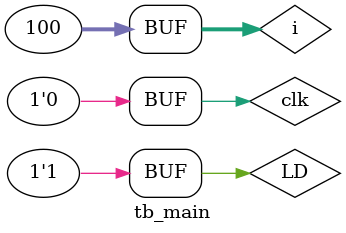
<source format=v>
`timescale 1ns / 100ps


module tb_main(
  );
  reg clk; 
  reg LD;
  wire [3:0] Q;
  wire Qcc;
  main main0(clk, LD, Q, Qcc);
  integer i;
  initial begin
    clk = 0;
    LD = 1;
    for(i = 0; i < 5; i=i+1) begin
      #30 clk = 1;
      #50 clk = 0;
      #20 ;
    end
    LD = 0;
    for(i = 0; i < 5; i=i+1) begin
      #30 clk = 1;
      #50 clk = 0;
      #20 ;
    end
    LD = 1;
    for(i = 0; i < 100; i=i+1) begin
      #30 clk = 1;
      #50 clk = 0;
      #20 ;
    end
  end
endmodule
</source>
